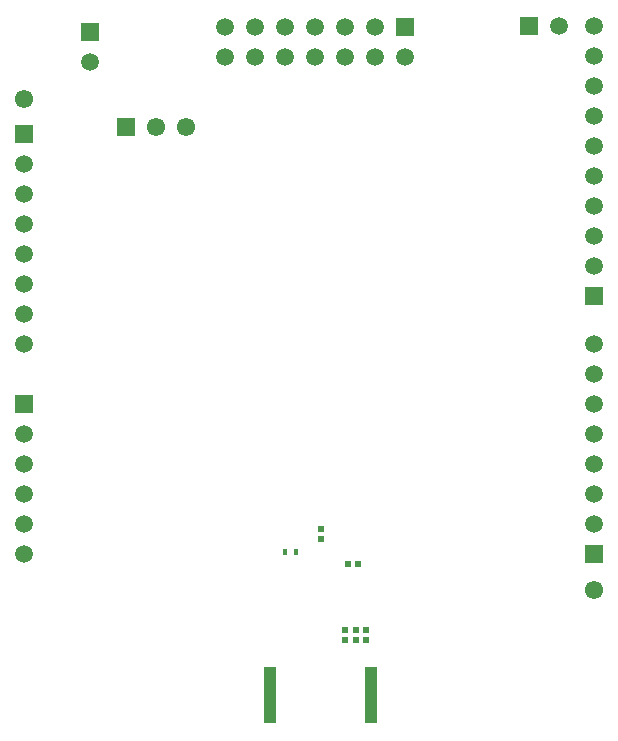
<source format=gbr>
%FSTAX23Y23*%
%MOMM*%
%SFA1B1*%

%IPPOS*%
%ADD12R,0.519999X0.519999*%
%ADD16R,0.519999X0.519999*%
%ADD20R,0.449999X0.549999*%
%ADD28R,1.019998X4.749991*%
%ADD44R,1.499997X1.499997*%
%ADD45C,1.499997*%
%ADD46C,1.549997*%
%ADD47R,1.549997X1.549997*%
%ADD48R,1.499997X1.499997*%
G54D12*
X26649Y16424D03*
Y15624D03*
X29599Y07874D03*
Y07074D03*
X28724D03*
Y07874D03*
X30474D03*
Y07074D03*
G54D16*
X29749Y13499D03*
X28949D03*
G54D20*
X23599Y14499D03*
X24499D03*
G54D28*
X30879Y02374D03*
X22379D03*
G54D44*
X44259Y58999D03*
X33739Y58939D03*
G54D45*
X46799Y58999D03*
X07099Y55984D03*
X49759Y16839D03*
Y19379D03*
Y21919D03*
Y24459D03*
Y26999D03*
Y29539D03*
Y32079D03*
X01499Y24459D03*
Y21919D03*
Y19379D03*
Y16839D03*
Y14299D03*
X49759Y41219D03*
Y58999D03*
Y56459D03*
Y53919D03*
Y51379D03*
Y48839D03*
Y46299D03*
Y43759D03*
Y38679D03*
X01499Y47319D03*
Y44779D03*
Y42239D03*
Y39699D03*
Y37159D03*
Y34619D03*
Y32079D03*
X18499Y56399D03*
Y58939D03*
X21039Y56399D03*
Y58939D03*
X23579Y56399D03*
Y58939D03*
X26119Y56399D03*
Y58939D03*
X28659Y56399D03*
Y58939D03*
X31199Y56399D03*
Y58939D03*
X33739Y56399D03*
G54D46*
X49759Y11324D03*
X01499Y52849D03*
X12689Y50449D03*
X15229D03*
G54D47*
X10149Y50449D03*
G54D48*
X07099Y58524D03*
X49759Y14299D03*
X01499Y26999D03*
X49759Y36139D03*
X01499Y49859D03*
M02*
</source>
